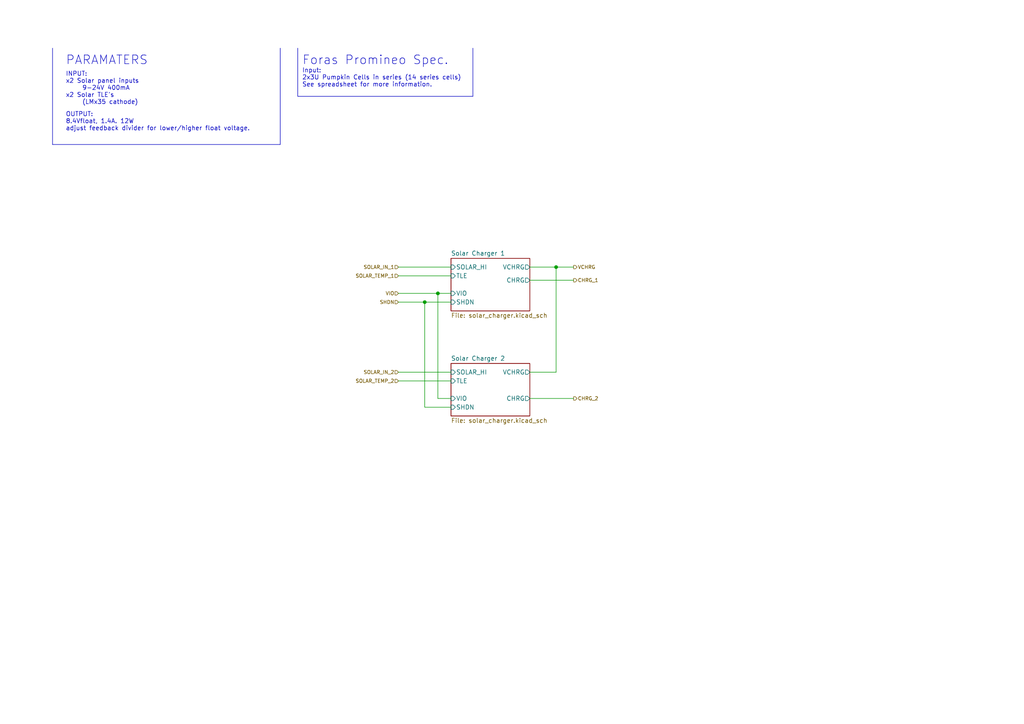
<source format=kicad_sch>
(kicad_sch (version 20230121) (generator eeschema)
  (paper "A4")
  (title_block (company "Sierra Lobo INC."))
  (lib_symbols)
  (junction (at 161.29 77.47))
  (junction (at 123.19 87.63))
  (junction (at 127 85.09))
  (wire (pts (xy 130.81 85.09) (xy 127 85.09)))
  (polyline (pts (xy 15.24 13.97) (xy 15.24 41.91)))
  (wire (pts (xy 153.67 107.95) (xy 161.29 107.95)))
  (polyline (pts (xy 86.36 13.97) (xy 86.36 27.94)))
  (wire (pts (xy 123.19 118.11) (xy 130.81 118.11)))
  (wire (pts (xy 115.57 77.47) (xy 130.81 77.47)))
  (wire (pts (xy 123.19 87.63) (xy 130.81 87.63)))
  (wire (pts (xy 161.29 77.47) (xy 166.37 77.47)))
  (wire (pts (xy 153.67 115.57) (xy 166.37 115.57)))
  (wire (pts (xy 115.57 85.09) (xy 127 85.09)))
  (wire (pts (xy 127 85.09) (xy 127 115.57)))
  (wire (pts (xy 115.57 87.63) (xy 123.19 87.63)))
  (wire (pts (xy 153.67 77.47) (xy 161.29 77.47)))
  (polyline (pts (xy 15.24 41.91) (xy 81.28 41.91)))
  (wire (pts (xy 115.57 107.95) (xy 130.81 107.95)))
  (wire (pts (xy 153.67 81.28) (xy 166.37 81.28)))
  (wire (pts (xy 127 115.57) (xy 130.81 115.57)))
  (polyline (pts (xy 137.16 13.97) (xy 137.16 27.94)))
  (polyline (pts (xy 86.36 27.94) (xy 137.16 27.94)))
  (wire (pts (xy 115.57 80.01) (xy 130.81 80.01)))
  (polyline (pts (xy 81.28 13.97) (xy 81.28 41.91)))
  (wire (pts (xy 123.19 87.63) (xy 123.19 118.11)))
  (wire (pts (xy 115.57 110.49) (xy 130.81 110.49)))
  (wire (pts (xy 161.29 77.47) (xy 161.29 107.95)))
  (text "OUTPUT:\n8.4Vfloat, 1.4A. 12W\nadjust feedback divider for lower/higher float voltage.\n" (at 19.05 38.1 0) (effects (font (size 1.27 1.27)) (justify left bottom)))
  (text "INPUT:\nx2 Solar panel inputs\n	9-24V 400mA\nx2 Solar TLE's\n	(LMx35 cathode)" (at 19.05 30.48 0) (effects (font (size 1.27 1.27)) (justify left bottom)))
  (text "Foras Promineo Spec." (at 87.63 19.05 0) (effects (font (size 2.54 2.54)) (justify left bottom)))
  (text "PARAMATERS" (at 19.05 19.05 0) (effects (font (size 2.54 2.54)) (justify left bottom)))
  (text "Input:\n2x3U Pumpkin Cells in series (14 series cells)\nSee spreadsheet for more information." (at 87.63 25.4 0) (effects (font (size 1.27 1.27)) (justify left bottom)))
  (hierarchical_label "SOLAR_TEMP_1" (shape input) (at 115.57 80.01 180) (effects (font (size 1.016 1.016))))
  (hierarchical_label "VCHRG" (shape output) (at 166.37 77.47 0) (effects (font (size 1.016 1.016))))
  (hierarchical_label "CHRG_2" (shape output) (at 166.37 115.57 0) (effects (font (size 1.016 1.016))))
  (hierarchical_label "VIO" (shape input) (at 115.57 85.09 180) (effects (font (size 1.016 1.016))))
  (hierarchical_label "SOLAR_IN_1" (shape input) (at 115.57 77.47 180) (effects (font (size 1.016 1.016))))
  (hierarchical_label "CHRG_1" (shape output) (at 166.37 81.28 0) (effects (font (size 1.016 1.016))))
  (hierarchical_label "SOLAR_TEMP_2" (shape input) (at 115.57 110.49 180) (effects (font (size 1.016 1.016))))
  (hierarchical_label "SOLAR_IN_2" (shape input) (at 115.57 107.95 180) (effects (font (size 1.016 1.016))))
  (hierarchical_label "SHDN" (shape input) (at 115.57 87.63 180) (effects (font (size 1.016 1.016))))
  (sheet (at 130.81 74.93) (size 22.86 15.24) (stroke (width 0.1524))
    (property "Sheetname" "Solar Charger 1" (at 130.81 74.2184 0) (effects (justify left bottom)))
    (property "Sheetfile" "solar_charger.kicad_sch" (at 130.81 90.7546 0) (effects (justify left top)))
    (pin "SOLAR_HI" input (at 130.81 77.47 180))
    (pin "VCHRG" output (at 153.67 77.47 0))
    (pin "CHRG" output (at 153.67 81.28 0))
    (pin "VIO" input (at 130.81 85.09 180))
    (pin "SHDN" input (at 130.81 87.63 180))
    (pin "TLE" input (at 130.81 80.01 180))
  )
  (sheet (at 130.81 105.41) (size 22.86 15.24) (stroke (width 0.1524))
    (property "Sheetname" "Solar Charger 2" (at 130.81 104.6984 0) (effects (justify left bottom)))
    (property "Sheetfile" "solar_charger.kicad_sch" (at 130.81 121.2346 0) (effects (justify left top)))
    (pin "SOLAR_HI" input (at 130.81 107.95 180))
    (pin "VCHRG" output (at 153.67 107.95 0))
    (pin "CHRG" output (at 153.67 115.57 0))
    (pin "VIO" input (at 130.81 115.57 180))
    (pin "SHDN" input (at 130.81 118.11 180))
    (pin "TLE" input (at 130.81 110.49 180))
  )
)
</source>
